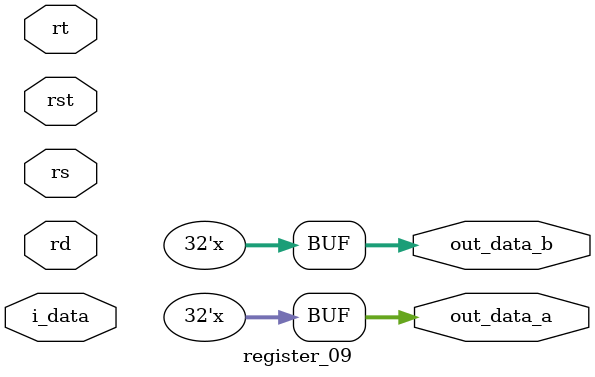
<source format=v>
`timescale 1ns / 1ps

module register_09(rst,rs,rt,rd,i_data,out_data_a,out_data_b);
input rst;
input [4:0]rs,rt,rd;
input [31:0] i_data;
output reg [31:0] out_data_a;
output reg [31:0] out_data_b;

reg [4:0]  reg_num;
reg [31:0] reg_data;

always @(*) begin
      if(rst) begin
            reg_num = 9;
      end
      else begin
          if(reg_num == rs)
               out_data_a <= reg_data;
          if(reg_num == rt)
               out_data_b <= reg_data;
          if(reg_num == rd)    
               reg_data <= i_data;
      end
      
end
endmodule

</source>
